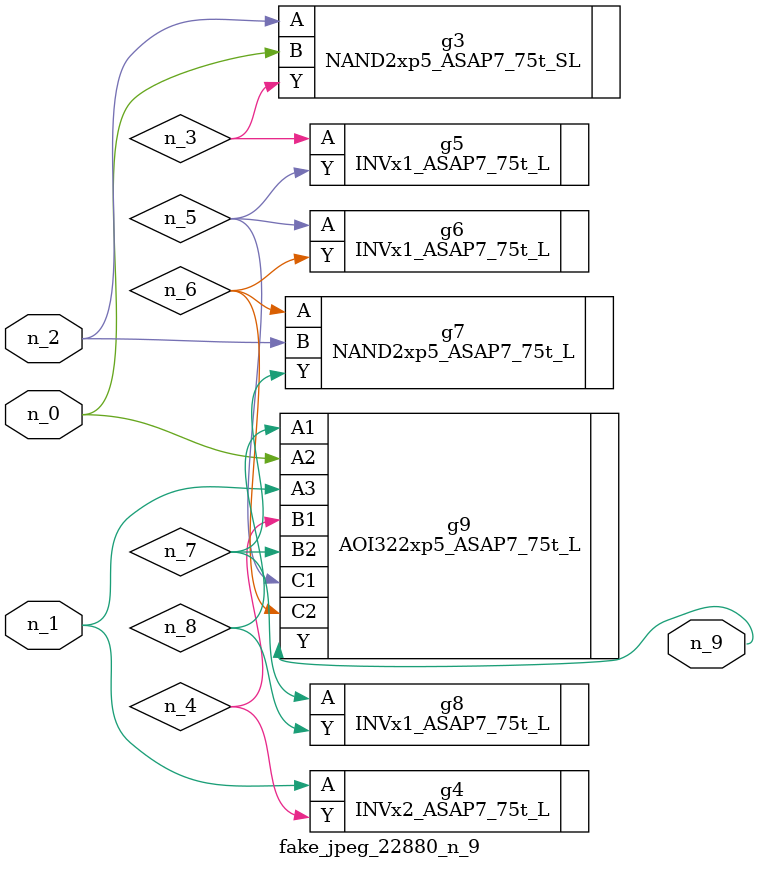
<source format=v>
module fake_jpeg_22880_n_9 (n_0, n_2, n_1, n_9);

input n_0;
input n_2;
input n_1;

output n_9;

wire n_3;
wire n_4;
wire n_8;
wire n_6;
wire n_5;
wire n_7;

NAND2xp5_ASAP7_75t_SL g3 ( 
.A(n_2),
.B(n_0),
.Y(n_3)
);

INVx2_ASAP7_75t_L g4 ( 
.A(n_1),
.Y(n_4)
);

INVx1_ASAP7_75t_L g5 ( 
.A(n_3),
.Y(n_5)
);

INVx1_ASAP7_75t_L g6 ( 
.A(n_5),
.Y(n_6)
);

NAND2xp5_ASAP7_75t_L g7 ( 
.A(n_6),
.B(n_2),
.Y(n_7)
);

INVx1_ASAP7_75t_L g8 ( 
.A(n_7),
.Y(n_8)
);

AOI322xp5_ASAP7_75t_L g9 ( 
.A1(n_8),
.A2(n_0),
.A3(n_1),
.B1(n_4),
.B2(n_7),
.C1(n_5),
.C2(n_6),
.Y(n_9)
);


endmodule
</source>
